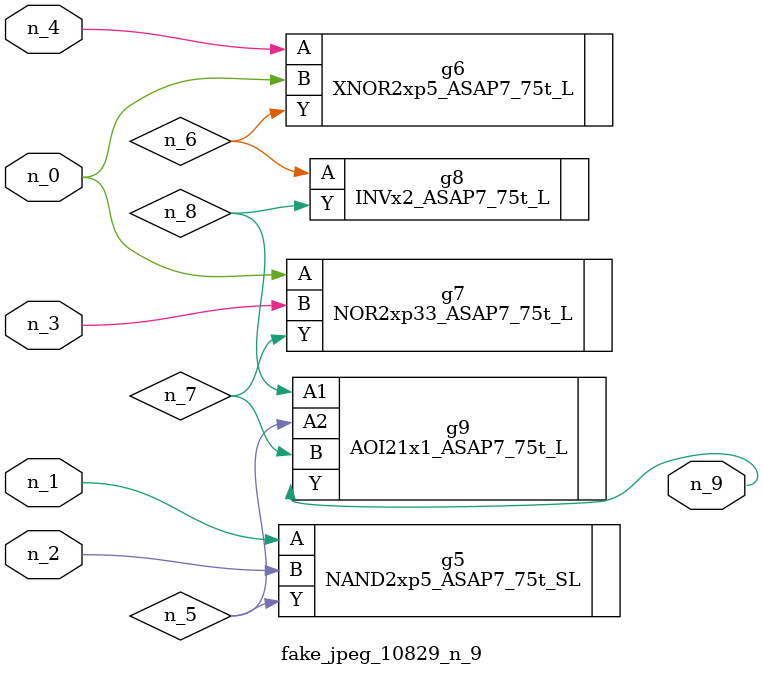
<source format=v>
module fake_jpeg_10829_n_9 (n_3, n_2, n_1, n_0, n_4, n_9);

input n_3;
input n_2;
input n_1;
input n_0;
input n_4;

output n_9;

wire n_8;
wire n_6;
wire n_5;
wire n_7;

NAND2xp5_ASAP7_75t_SL g5 ( 
.A(n_1),
.B(n_2),
.Y(n_5)
);

XNOR2xp5_ASAP7_75t_L g6 ( 
.A(n_4),
.B(n_0),
.Y(n_6)
);

NOR2xp33_ASAP7_75t_L g7 ( 
.A(n_0),
.B(n_3),
.Y(n_7)
);

INVx2_ASAP7_75t_L g8 ( 
.A(n_6),
.Y(n_8)
);

AOI21x1_ASAP7_75t_L g9 ( 
.A1(n_8),
.A2(n_5),
.B(n_7),
.Y(n_9)
);


endmodule
</source>
